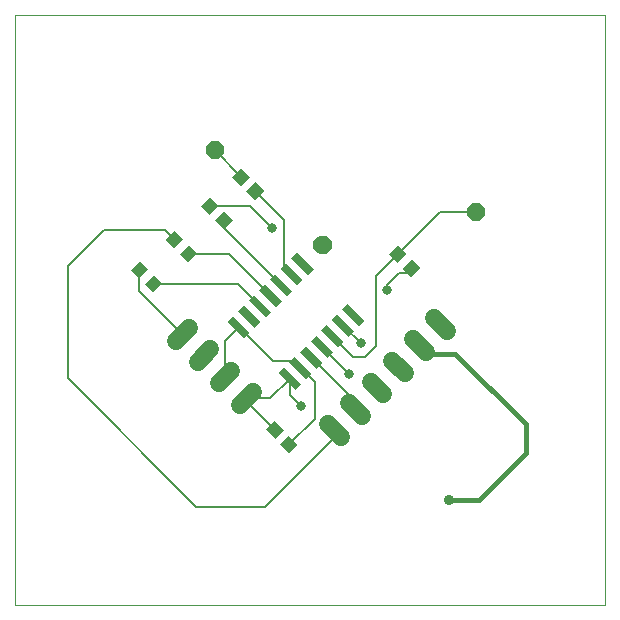
<source format=gtl>
G75*
%MOIN*%
%OFA0B0*%
%FSLAX24Y24*%
%IPPOS*%
%LPD*%
%AMOC8*
5,1,8,0,0,1.08239X$1,22.5*
%
%ADD10C,0.0000*%
%ADD11R,0.0260X0.0800*%
%ADD12R,0.0433X0.0394*%
%ADD13R,0.0394X0.0433*%
%ADD14C,0.0600*%
%ADD15C,0.0120*%
%ADD16OC8,0.0600*%
%ADD17C,0.0080*%
%ADD18C,0.0317*%
%ADD19C,0.0356*%
%ADD20C,0.0160*%
D10*
X000100Y000100D02*
X000100Y019785D01*
X019785Y019785D01*
X019785Y000100D01*
X000100Y000100D01*
D11*
G36*
X009648Y007465D02*
X009464Y007281D01*
X008900Y007845D01*
X009084Y008029D01*
X009648Y007465D01*
G37*
G36*
X010001Y007818D02*
X009817Y007634D01*
X009253Y008198D01*
X009437Y008382D01*
X010001Y007818D01*
G37*
G36*
X010355Y008172D02*
X010171Y007988D01*
X009607Y008552D01*
X009791Y008736D01*
X010355Y008172D01*
G37*
G36*
X010708Y008525D02*
X010524Y008341D01*
X009960Y008905D01*
X010144Y009089D01*
X010708Y008525D01*
G37*
G36*
X011062Y008879D02*
X010878Y008695D01*
X010314Y009259D01*
X010498Y009443D01*
X011062Y008879D01*
G37*
G36*
X011415Y009232D02*
X011231Y009048D01*
X010667Y009612D01*
X010851Y009796D01*
X011415Y009232D01*
G37*
G36*
X011769Y009586D02*
X011585Y009402D01*
X011021Y009966D01*
X011205Y010150D01*
X011769Y009586D01*
G37*
G36*
X010058Y011297D02*
X009874Y011113D01*
X009310Y011677D01*
X009494Y011861D01*
X010058Y011297D01*
G37*
G36*
X009704Y010943D02*
X009520Y010759D01*
X008956Y011323D01*
X009140Y011507D01*
X009704Y010943D01*
G37*
G36*
X009351Y010590D02*
X009167Y010406D01*
X008603Y010970D01*
X008787Y011154D01*
X009351Y010590D01*
G37*
G36*
X008997Y010236D02*
X008813Y010052D01*
X008249Y010616D01*
X008433Y010800D01*
X008997Y010236D01*
G37*
G36*
X008643Y009883D02*
X008459Y009699D01*
X007895Y010263D01*
X008079Y010447D01*
X008643Y009883D01*
G37*
G36*
X008290Y009529D02*
X008106Y009345D01*
X007542Y009909D01*
X007726Y010093D01*
X008290Y009529D01*
G37*
G36*
X007936Y009176D02*
X007752Y008992D01*
X007188Y009556D01*
X007372Y009740D01*
X007936Y009176D01*
G37*
D12*
G36*
X008784Y005650D02*
X008486Y005961D01*
X008770Y006234D01*
X009068Y005923D01*
X008784Y005650D01*
G37*
G36*
X009247Y005167D02*
X008949Y005478D01*
X009233Y005751D01*
X009531Y005440D01*
X009247Y005167D01*
G37*
D13*
G36*
X004738Y011106D02*
X005017Y010827D01*
X004712Y010522D01*
X004433Y010801D01*
X004738Y011106D01*
G37*
G36*
X004265Y011579D02*
X004544Y011300D01*
X004239Y010995D01*
X003960Y011274D01*
X004265Y011579D01*
G37*
G36*
X005425Y012589D02*
X005704Y012310D01*
X005399Y012005D01*
X005120Y012284D01*
X005425Y012589D01*
G37*
G36*
X005898Y012116D02*
X006177Y011837D01*
X005872Y011532D01*
X005593Y011811D01*
X005898Y012116D01*
G37*
G36*
X007088Y013226D02*
X007367Y012947D01*
X007062Y012642D01*
X006783Y012921D01*
X007088Y013226D01*
G37*
G36*
X006615Y013699D02*
X006894Y013420D01*
X006589Y013115D01*
X006310Y013394D01*
X006615Y013699D01*
G37*
G36*
X007655Y014669D02*
X007934Y014390D01*
X007629Y014085D01*
X007350Y014364D01*
X007655Y014669D01*
G37*
G36*
X008128Y014196D02*
X008407Y013917D01*
X008102Y013612D01*
X007823Y013891D01*
X008128Y014196D01*
G37*
G36*
X012849Y011515D02*
X012570Y011794D01*
X012875Y012099D01*
X013154Y011820D01*
X012849Y011515D01*
G37*
G36*
X013322Y011042D02*
X013043Y011321D01*
X013348Y011626D01*
X013627Y011347D01*
X013322Y011042D01*
G37*
D14*
X014084Y009671D02*
X014508Y009246D01*
X013801Y008539D02*
X013377Y008964D01*
X012670Y008256D02*
X013094Y007832D01*
X012387Y007125D02*
X011963Y007549D01*
X011256Y006842D02*
X011680Y006418D01*
X010973Y005711D02*
X010549Y006135D01*
X008031Y007212D02*
X007607Y006788D01*
X006900Y007495D02*
X007324Y007919D01*
X006617Y008626D02*
X006193Y008202D01*
X005486Y008909D02*
X005910Y009334D01*
D15*
X010180Y012072D02*
X010120Y012012D01*
X010120Y012210D01*
X010260Y012350D01*
X010458Y012350D01*
X010598Y012210D01*
X010598Y012012D01*
X010458Y011872D01*
X010260Y011872D01*
X010120Y012012D01*
X010210Y012049D01*
X010210Y012173D01*
X010297Y012260D01*
X010421Y012260D01*
X010508Y012173D01*
X010508Y012049D01*
X010421Y011962D01*
X010297Y011962D01*
X010210Y012049D01*
X010300Y012086D01*
X010300Y012136D01*
X010334Y012170D01*
X010384Y012170D01*
X010418Y012136D01*
X010418Y012086D01*
X010384Y012052D01*
X010334Y012052D01*
X010300Y012086D01*
D16*
X006759Y015271D03*
X015479Y013221D03*
D17*
X014275Y013221D01*
X012862Y011807D01*
X012139Y011084D01*
X012139Y008731D01*
X011779Y008371D01*
X011386Y008371D01*
X010688Y009069D01*
X011041Y009418D02*
X011629Y008841D01*
X011041Y009418D02*
X011041Y009422D01*
X010334Y008715D02*
X011249Y007801D01*
X011249Y007791D01*
X011468Y006874D02*
X009981Y008362D01*
X009627Y008008D02*
X009394Y008241D01*
X008699Y008241D01*
X007574Y009366D01*
X007562Y009366D01*
X007112Y008916D01*
X007112Y007707D01*
X007819Y007000D02*
X007819Y006900D01*
X008777Y005942D01*
X009240Y005459D02*
X010099Y006318D01*
X010099Y007537D01*
X009627Y008008D01*
X009274Y007655D02*
X009274Y007096D01*
X009639Y006731D01*
X009274Y007655D02*
X008619Y007000D01*
X007819Y007000D01*
X005698Y009121D02*
X004252Y010567D01*
X004252Y011287D01*
X004725Y010814D02*
X007528Y010814D01*
X008269Y010073D01*
X008623Y010426D02*
X007225Y011824D01*
X005885Y011824D01*
X005412Y012297D02*
X005109Y012601D01*
X003069Y012601D01*
X001859Y011391D01*
X001859Y007671D01*
X006149Y003381D01*
X008449Y003381D01*
X010761Y005693D01*
X010761Y005923D01*
X011468Y006630D02*
X011468Y006874D01*
X012499Y010611D02*
X012499Y010761D01*
X012919Y011181D01*
X013182Y011181D01*
X013335Y011334D01*
X009330Y011133D02*
X009079Y011385D01*
X009079Y012941D01*
X008115Y013904D01*
X007942Y013407D02*
X008679Y012671D01*
X007942Y013407D02*
X006602Y013407D01*
X007075Y012934D02*
X007075Y012681D01*
X008977Y010780D01*
X007642Y014377D02*
X006759Y015261D01*
X006759Y015271D01*
D18*
X008679Y012671D03*
X012499Y010611D03*
X011629Y008841D03*
X011249Y007791D03*
X009639Y006731D03*
D19*
X014569Y003621D03*
D20*
X015579Y003621D01*
X017129Y005171D01*
X017129Y006131D01*
X014779Y008481D01*
X013879Y008481D01*
X013608Y008751D01*
X013589Y008751D01*
M02*

</source>
